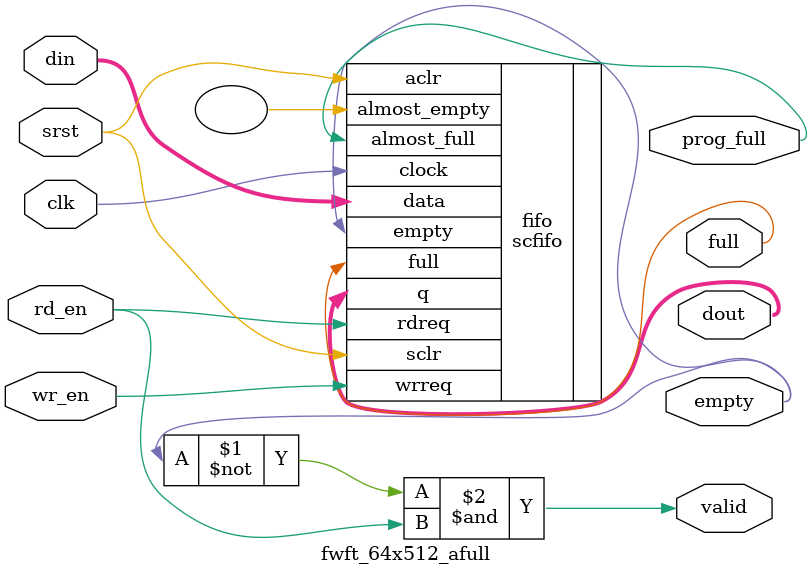
<source format=v>

`default_nettype none

module fwft_64x512_afull
  ( 
    input wire         clk, srst,
    input wire         rd_en, wr_en,
    output wire [63:0] dout,
    input wire [63:0]  din,
    output wire        empty,
    output wire        full,
    output wire        prog_full,
    output wire        valid
   );

   scfifo #
     ( .lpm_width(64),
       .lpm_numwords(512),
       .lpm_widthu(9),
       .lpm_showahead          ("ON"),
       .almost_full_value(400),
//       .almost_full_value(4),
       .lpm_showahead("OFF"),
       .lpm_type("scfifo"),
       .overflow_checking("ON"),
       .underflow_checking("ON"),
       .use_eab("ON"), // on BRAM
       .add_ram_output_register("ON")
      ) 
   fifo
     (
      .clock (clk),
      .data  (din),
      .rdreq (rd_en),
      .sclr  (srst),
      .aclr  (srst),
      .wrreq (wr_en),
      .empty (empty),
      .full  (full),
      .q     (dout),
      .almost_empty  (),
      .almost_full (prog_full)
      );

   assign valid = ~empty & rd_en;

endmodule // fwft_64x512_afull

`default_nettype wire

</source>
